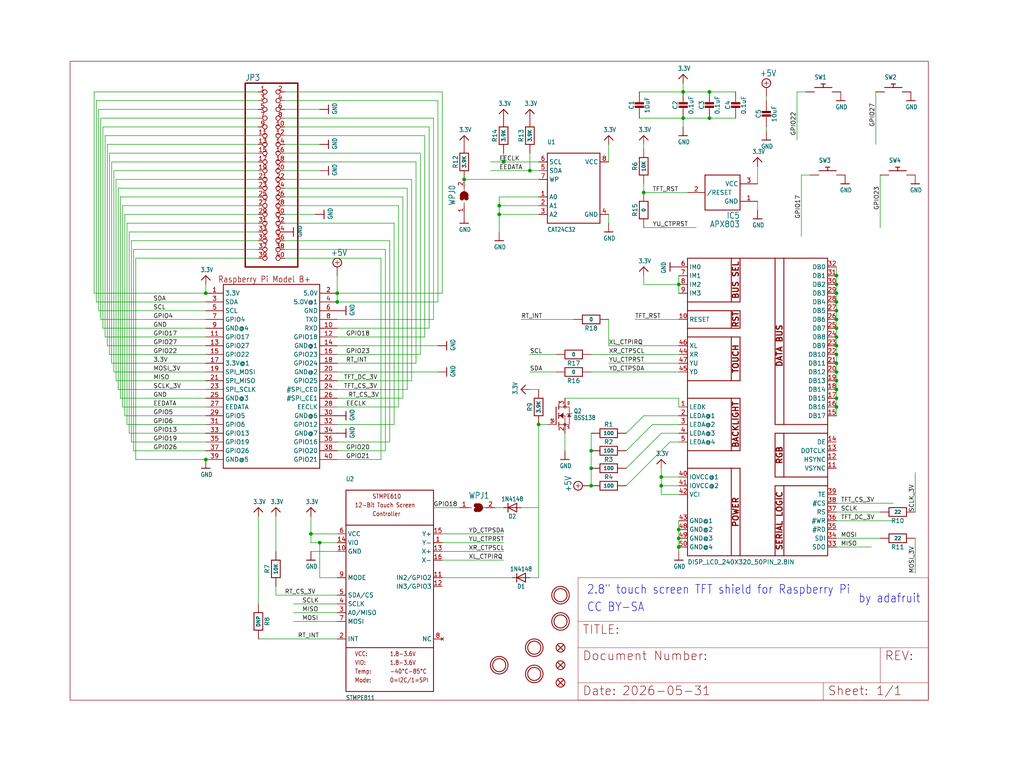
<source format=kicad_sch>
(kicad_sch (version 20230121) (generator eeschema)
  (paper "User" 297.002 223.799)
  (junction (at 242.57 92.71))
  (junction (at 191.77 140.97))
  (junction (at 242.57 90.17))
  (junction (at 242.57 105.41))
  (junction (at 156.21 123.19))
  (junction (at 242.57 95.25))
  (junction (at 59.69 85.09))
  (junction (at 198.12 26.67))
  (junction (at 205.74 34.29))
  (junction (at 242.57 115.57))
  (junction (at 97.79 87.63))
  (junction (at 196.85 156.21))
  (junction (at 242.57 97.79))
  (junction (at 242.57 107.95))
  (junction (at 242.57 87.63))
  (junction (at 196.85 82.55))
  (junction (at 97.79 85.09))
  (junction (at 171.45 130.81))
  (junction (at 144.78 59.69))
  (junction (at 196.85 158.75))
  (junction (at 153.67 49.53))
  (junction (at 242.57 82.55))
  (junction (at 205.74 26.67))
  (junction (at 198.12 34.29))
  (junction (at 242.57 110.49))
  (junction (at 90.17 154.94))
  (junction (at 242.57 80.01))
  (junction (at 242.57 85.09))
  (junction (at 146.05 46.99))
  (junction (at 242.57 113.03))
  (junction (at 59.69 133.35))
  (junction (at 186.69 55.88))
  (junction (at 134.62 52.07))
  (junction (at 92.71 157.48))
  (junction (at 144.78 62.23))
  (junction (at 171.45 135.89))
  (junction (at 191.77 138.43))
  (junction (at 242.57 100.33))
  (junction (at 196.85 153.67))
  (junction (at 171.45 140.97))
  (junction (at 242.57 118.11))
  (junction (at 242.57 102.87))
  (wire (pts (xy 125.73 92.71) (xy 125.73 34.29)) (stroke (width 0.1524)))
  (wire (pts (xy 97.79 102.87) (xy 121.92 102.87)) (stroke (width 0.1524)))
  (wire (pts (xy 199.39 55.88) (xy 186.69 55.88)) (stroke (width 0.1524)))
  (wire (pts (xy 198.12 26.67) (xy 205.74 26.67)) (stroke (width 0.1524)))
  (wire (pts (xy 74.93 149.86) (xy 74.93 175.26)) (stroke (width 0.1524)))
  (wire (pts (xy 153.67 113.03) (xy 156.21 113.03)) (stroke (width 0.1524)))
  (wire (pts (xy 82.55 36.83) (xy 124.46 36.83)) (stroke (width 0.1524)))
  (wire (pts (xy 191.77 143.51) (xy 196.85 143.51)) (stroke (width 0.1524)))
  (wire (pts (xy 231.14 26.67) (xy 231.14 40.64)) (stroke (width 0.1524)))
  (wire (pts (xy 124.46 95.25) (xy 97.79 95.25)) (stroke (width 0.1524)))
  (wire (pts (xy 186.69 55.88) (xy 186.69 53.34)) (stroke (width 0.1524)))
  (wire (pts (xy 38.735 72.39) (xy 74.93 72.39)) (stroke (width 0.1524)))
  (wire (pts (xy 151.13 147.32) (xy 156.21 147.32)) (stroke (width 0.1524)))
  (wire (pts (xy 97.79 157.48) (xy 92.71 157.48)) (stroke (width 0.1524)))
  (wire (pts (xy 196.85 153.67) (xy 196.85 156.21)) (stroke (width 0.1524)))
  (wire (pts (xy 186.69 66.04) (xy 201.93 66.04)) (stroke (width 0.1524)))
  (wire (pts (xy 59.69 85.09) (xy 59.69 82.55)) (stroke (width 0.1524)))
  (wire (pts (xy 80.01 172.72) (xy 80.01 170.18)) (stroke (width 0.1524)))
  (wire (pts (xy 82.55 59.69) (xy 115.57 59.69)) (stroke (width 0.1524)))
  (wire (pts (xy 82.55 54.61) (xy 118.11 54.61)) (stroke (width 0.1524)))
  (wire (pts (xy 186.69 82.55) (xy 186.69 80.01)) (stroke (width 0.1524)))
  (wire (pts (xy 171.45 135.89) (xy 171.45 130.81)) (stroke (width 0.1524)))
  (wire (pts (xy 97.79 85.09) (xy 97.79 87.63)) (stroke (width 0.1524)))
  (wire (pts (xy 242.57 85.09) (xy 242.57 87.63)) (stroke (width 0.1524)))
  (wire (pts (xy 161.29 107.95) (xy 153.67 107.95)) (stroke (width 0.1524)))
  (wire (pts (xy 97.79 185.42) (xy 74.93 185.42)) (stroke (width 0.1524)))
  (wire (pts (xy 128.27 160.02) (xy 146.05 160.02)) (stroke (width 0.1524)))
  (wire (pts (xy 59.69 105.41) (xy 32.385 105.41)) (stroke (width 0.1524)))
  (wire (pts (xy 158.75 123.19) (xy 156.21 123.19)) (stroke (width 0.1524)))
  (wire (pts (xy 242.57 100.33) (xy 242.57 102.87)) (stroke (width 0.1524)))
  (wire (pts (xy 97.79 130.81) (xy 111.76 130.81)) (stroke (width 0.1524)))
  (wire (pts (xy 82.55 46.99) (xy 120.65 46.99)) (stroke (width 0.1524)))
  (wire (pts (xy 166.37 92.71) (xy 151.13 92.71)) (stroke (width 0.1524)))
  (wire (pts (xy 118.11 54.61) (xy 118.11 113.03)) (stroke (width 0.1524)))
  (wire (pts (xy 29.21 92.71) (xy 59.69 92.71)) (stroke (width 0.1524)))
  (wire (pts (xy 27.305 85.09) (xy 27.305 26.67)) (stroke (width 0.1524)))
  (wire (pts (xy 82.55 26.67) (xy 128.27 26.67)) (stroke (width 0.1524)))
  (wire (pts (xy 242.57 105.41) (xy 242.57 107.95)) (stroke (width 0.1524)))
  (wire (pts (xy 196.85 158.75) (xy 196.85 160.02)) (stroke (width 0.1524)))
  (wire (pts (xy 196.85 102.87) (xy 171.45 102.87)) (stroke (width 0.1524)))
  (wire (pts (xy 110.49 74.93) (xy 110.49 133.35)) (stroke (width 0.1524)))
  (wire (pts (xy 156.21 59.69) (xy 144.78 59.69)) (stroke (width 0.1524)))
  (wire (pts (xy 97.79 97.79) (xy 123.19 97.79)) (stroke (width 0.1524)))
  (wire (pts (xy 74.93 74.93) (xy 39.37 74.93)) (stroke (width 0.1524)))
  (wire (pts (xy 222.25 38.1) (xy 222.25 36.83)) (stroke (width 0.1524)))
  (wire (pts (xy 242.57 118.11) (xy 242.57 120.65)) (stroke (width 0.1524)))
  (wire (pts (xy 30.48 39.37) (xy 30.48 97.79)) (stroke (width 0.1524)))
  (wire (pts (xy 85.09 177.8) (xy 97.79 177.8)) (stroke (width 0.1524)))
  (wire (pts (xy 186.69 43.18) (xy 186.69 41.91)) (stroke (width 0.1524)))
  (wire (pts (xy 90.17 154.94) (xy 90.17 157.48)) (stroke (width 0.1524)))
  (wire (pts (xy 242.57 110.49) (xy 242.57 113.03)) (stroke (width 0.1524)))
  (wire (pts (xy 242.57 107.95) (xy 242.57 110.49)) (stroke (width 0.1524)))
  (wire (pts (xy 213.36 34.29) (xy 205.74 34.29)) (stroke (width 0.1524)))
  (wire (pts (xy 97.79 92.71) (xy 125.73 92.71)) (stroke (width 0.1524)))
  (wire (pts (xy 34.925 115.57) (xy 59.69 115.57)) (stroke (width 0.1524)))
  (wire (pts (xy 153.67 102.87) (xy 161.29 102.87)) (stroke (width 0.1524)))
  (wire (pts (xy 27.305 26.67) (xy 74.93 26.67)) (stroke (width 0.1524)))
  (wire (pts (xy 185.42 34.29) (xy 198.12 34.29)) (stroke (width 0.1524)))
  (wire (pts (xy 242.57 87.63) (xy 242.57 90.17)) (stroke (width 0.1524)))
  (wire (pts (xy 110.49 133.35) (xy 97.79 133.35)) (stroke (width 0.1524)))
  (wire (pts (xy 242.57 82.55) (xy 242.57 85.09)) (stroke (width 0.1524)))
  (wire (pts (xy 74.93 49.53) (xy 33.02 49.53)) (stroke (width 0.1524)))
  (wire (pts (xy 144.78 59.69) (xy 144.78 62.23)) (stroke (width 0.1524)))
  (wire (pts (xy 59.69 85.09) (xy 27.305 85.09)) (stroke (width 0.1524)))
  (wire (pts (xy 121.92 44.45) (xy 82.55 44.45)) (stroke (width 0.1524)))
  (wire (pts (xy 128.27 85.09) (xy 97.79 85.09)) (stroke (width 0.1524)))
  (wire (pts (xy 156.21 123.19) (xy 156.21 167.64)) (stroke (width 0.1524)))
  (wire (pts (xy 35.56 118.11) (xy 59.69 118.11)) (stroke (width 0.1524)))
  (wire (pts (xy 85.09 175.26) (xy 97.79 175.26)) (stroke (width 0.1524)))
  (wire (pts (xy 74.93 62.23) (xy 36.195 62.23)) (stroke (width 0.1524)))
  (wire (pts (xy 176.53 62.23) (xy 176.53 64.77)) (stroke (width 0.1524)))
  (wire (pts (xy 198.12 24.13) (xy 198.12 26.67)) (stroke (width 0.1524)))
  (wire (pts (xy 92.71 49.53) (xy 82.55 49.53)) (stroke (width 0.1524)))
  (wire (pts (xy 32.385 46.99) (xy 74.93 46.99)) (stroke (width 0.1524)))
  (wire (pts (xy 163.83 115.57) (xy 196.85 115.57)) (stroke (width 0.1524)))
  (wire (pts (xy 31.75 44.45) (xy 31.75 102.87)) (stroke (width 0.1524)))
  (wire (pts (xy 181.61 125.73) (xy 186.69 120.65)) (stroke (width 0.1524)))
  (wire (pts (xy 97.79 180.34) (xy 85.09 180.34)) (stroke (width 0.1524)))
  (wire (pts (xy 242.57 148.59) (xy 255.27 148.59)) (stroke (width 0.1524)))
  (wire (pts (xy 181.61 135.89) (xy 191.77 125.73)) (stroke (width 0.1524)))
  (wire (pts (xy 233.68 26.67) (xy 231.14 26.67)) (stroke (width 0.1524)))
  (wire (pts (xy 121.92 102.87) (xy 121.92 44.45)) (stroke (width 0.1524)))
  (wire (pts (xy 198.12 26.67) (xy 185.42 26.67)) (stroke (width 0.1524)))
  (wire (pts (xy 191.77 140.97) (xy 191.77 138.43)) (stroke (width 0.1524)))
  (wire (pts (xy 115.57 59.69) (xy 115.57 118.11)) (stroke (width 0.1524)))
  (wire (pts (xy 134.62 52.07) (xy 156.21 52.07)) (stroke (width 0.1524)))
  (wire (pts (xy 113.03 69.85) (xy 113.03 128.27)) (stroke (width 0.1524)))
  (wire (pts (xy 242.57 156.21) (xy 255.27 156.21)) (stroke (width 0.1524)))
  (wire (pts (xy 255.27 50.8) (xy 255.27 66.04)) (stroke (width 0.1524)))
  (wire (pts (xy 156.21 167.64) (xy 153.67 167.64)) (stroke (width 0.1524)))
  (wire (pts (xy 242.57 92.71) (xy 242.57 95.25)) (stroke (width 0.1524)))
  (wire (pts (xy 219.71 53.34) (xy 219.71 48.26)) (stroke (width 0.1524)))
  (wire (pts (xy 181.61 140.97) (xy 194.31 128.27)) (stroke (width 0.1524)))
  (wire (pts (xy 97.79 167.64) (xy 92.71 167.64)) (stroke (width 0.1524)))
  (wire (pts (xy 194.31 128.27) (xy 196.85 128.27)) (stroke (width 0.1524)))
  (wire (pts (xy 32.385 105.41) (xy 32.385 46.99)) (stroke (width 0.1524)))
  (wire (pts (xy 92.71 157.48) (xy 90.17 157.48)) (stroke (width 0.1524)))
  (wire (pts (xy 171.45 130.81) (xy 171.45 125.73)) (stroke (width 0.1524)))
  (wire (pts (xy 74.93 44.45) (xy 31.75 44.45)) (stroke (width 0.1524)))
  (wire (pts (xy 27.94 29.21) (xy 27.94 87.63)) (stroke (width 0.1524)))
  (wire (pts (xy 242.57 158.75) (xy 252.73 158.75)) (stroke (width 0.1524)))
  (wire (pts (xy 120.65 46.99) (xy 120.65 105.41)) (stroke (width 0.1524)))
  (wire (pts (xy 265.43 148.59) (xy 265.43 137.16)) (stroke (width 0.1524)))
  (wire (pts (xy 234.95 50.8) (xy 232.41 50.8)) (stroke (width 0.1524)))
  (wire (pts (xy 125.73 147.32) (xy 133.35 147.32)) (stroke (width 0.1524)))
  (wire (pts (xy 120.65 105.41) (xy 97.79 105.41)) (stroke (width 0.1524)))
  (wire (pts (xy 127 87.63) (xy 127 29.21)) (stroke (width 0.1524)))
  (wire (pts (xy 242.57 97.79) (xy 242.57 100.33)) (stroke (width 0.1524)))
  (wire (pts (xy 146.05 46.99) (xy 142.24 46.99)) (stroke (width 0.1524)))
  (wire (pts (xy 82.55 41.91) (xy 92.71 41.91)) (stroke (width 0.1524)))
  (wire (pts (xy 171.45 135.89) (xy 171.45 140.97)) (stroke (width 0.1524)))
  (wire (pts (xy 144.78 62.23) (xy 144.78 67.31)) (stroke (width 0.1524)))
  (wire (pts (xy 128.27 162.56) (xy 146.05 162.56)) (stroke (width 0.1524)))
  (wire (pts (xy 191.77 125.73) (xy 196.85 125.73)) (stroke (width 0.1524)))
  (wire (pts (xy 29.845 95.25) (xy 29.845 36.83)) (stroke (width 0.1524)))
  (wire (pts (xy 196.85 82.55) (xy 186.69 82.55)) (stroke (width 0.1524)))
  (wire (pts (xy 196.85 92.71) (xy 184.15 92.71)) (stroke (width 0.1524)))
  (wire (pts (xy 33.655 52.07) (xy 74.93 52.07)) (stroke (width 0.1524)))
  (wire (pts (xy 196.85 100.33) (xy 176.53 100.33)) (stroke (width 0.1524)))
  (wire (pts (xy 116.84 57.15) (xy 82.55 57.15)) (stroke (width 0.1524)))
  (wire (pts (xy 97.79 115.57) (xy 116.84 115.57)) (stroke (width 0.1524)))
  (wire (pts (xy 31.115 41.91) (xy 74.93 41.91)) (stroke (width 0.1524)))
  (wire (pts (xy 90.17 154.94) (xy 97.79 154.94)) (stroke (width 0.1524)))
  (wire (pts (xy 74.93 39.37) (xy 30.48 39.37)) (stroke (width 0.1524)))
  (wire (pts (xy 196.85 107.95) (xy 171.45 107.95)) (stroke (width 0.1524)))
  (wire (pts (xy 119.38 110.49) (xy 97.79 110.49)) (stroke (width 0.1524)))
  (wire (pts (xy 196.85 80.01) (xy 196.85 82.55)) (stroke (width 0.1524)))
  (wire (pts (xy 36.83 64.77) (xy 74.93 64.77)) (stroke (width 0.1524)))
  (wire (pts (xy 34.925 57.15) (xy 34.925 115.57)) (stroke (width 0.1524)))
  (wire (pts (xy 205.74 34.29) (xy 198.12 34.29)) (stroke (width 0.1524)))
  (wire (pts (xy 128.27 154.94) (xy 146.05 154.94)) (stroke (width 0.1524)))
  (wire (pts (xy 189.23 123.19) (xy 196.85 123.19)) (stroke (width 0.1524)))
  (wire (pts (xy 35.56 118.11) (xy 35.56 59.69)) (stroke (width 0.1524)))
  (wire (pts (xy 232.41 50.8) (xy 232.41 68.58)) (stroke (width 0.1524)))
  (wire (pts (xy 34.29 54.61) (xy 34.29 113.03)) (stroke (width 0.1524)))
  (wire (pts (xy 127 107.95) (xy 97.79 107.95)) (stroke (width 0.1524)))
  (wire (pts (xy 128.27 26.67) (xy 128.27 85.09)) (stroke (width 0.1524)))
  (wire (pts (xy 144.78 57.15) (xy 144.78 59.69)) (stroke (width 0.1524)))
  (wire (pts (xy 38.1 69.85) (xy 74.93 69.85)) (stroke (width 0.1524)))
  (wire (pts (xy 31.115 100.33) (xy 59.69 100.33)) (stroke (width 0.1524)))
  (wire (pts (xy 39.37 74.93) (xy 39.37 133.35)) (stroke (width 0.1524)))
  (wire (pts (xy 33.655 110.49) (xy 59.69 110.49)) (stroke (width 0.1524)))
  (wire (pts (xy 97.79 87.63) (xy 127 87.63)) (stroke (width 0.1524)))
  (wire (pts (xy 176.53 41.91) (xy 176.53 46.99)) (stroke (width 0.1524)))
  (wire (pts (xy 118.11 113.03) (xy 97.79 113.03)) (stroke (width 0.1524)))
  (wire (pts (xy 144.78 62.23) (xy 156.21 62.23)) (stroke (width 0.1524)))
  (wire (pts (xy 198.12 36.83) (xy 198.12 34.29)) (stroke (width 0.1524)))
  (wire (pts (xy 114.3 64.77) (xy 114.3 123.19)) (stroke (width 0.1524)))
  (wire (pts (xy 59.69 123.19) (xy 36.83 123.19)) (stroke (width 0.1524)))
  (wire (pts (xy 123.19 39.37) (xy 82.55 39.37)) (stroke (width 0.1524)))
  (wire (pts (xy 242.57 113.03) (xy 242.57 115.57)) (stroke (width 0.1524)))
  (wire (pts (xy 74.93 67.31) (xy 37.465 67.31)) (stroke (width 0.1524)))
  (wire (pts (xy 242.57 77.47) (xy 242.57 80.01)) (stroke (width 0.1524)))
  (wire (pts (xy 82.55 69.85) (xy 113.03 69.85)) (stroke (width 0.1524)))
  (wire (pts (xy 146.05 46.99) (xy 146.05 44.45)) (stroke (width 0.1524)))
  (wire (pts (xy 39.37 133.35) (xy 59.69 133.35)) (stroke (width 0.1524)))
  (wire (pts (xy 27.94 87.63) (xy 59.69 87.63)) (stroke (width 0.1524)))
  (wire (pts (xy 163.83 125.73) (xy 163.83 130.81)) (stroke (width 0.1524)))
  (wire (pts (xy 123.19 97.79) (xy 123.19 39.37)) (stroke (width 0.1524)))
  (wire (pts (xy 191.77 138.43) (xy 196.85 138.43)) (stroke (width 0.1524)))
  (wire (pts (xy 29.845 36.83) (xy 74.93 36.83)) (stroke (width 0.1524)))
  (wire (pts (xy 153.67 44.45) (xy 153.67 49.53)) (stroke (width 0.1524)))
  (wire (pts (xy 265.43 156.21) (xy 265.43 166.37)) (stroke (width 0.1524)))
  (wire (pts (xy 242.57 146.05) (xy 259.08 146.05)) (stroke (width 0.1524)))
  (wire (pts (xy 196.85 140.97) (xy 191.77 140.97)) (stroke (width 0.1524)))
  (wire (pts (xy 97.79 80.01) (xy 97.79 85.09)) (stroke (width 0.1524)))
  (wire (pts (xy 125.73 34.29) (xy 82.55 34.29)) (stroke (width 0.1524)))
  (wire (pts (xy 186.69 120.65) (xy 196.85 120.65)) (stroke (width 0.1524)))
  (wire (pts (xy 242.57 90.17) (xy 242.57 92.71)) (stroke (width 0.1524)))
  (wire (pts (xy 34.29 113.03) (xy 59.69 113.03)) (stroke (width 0.1524)))
  (wire (pts (xy 196.85 105.41) (xy 176.53 105.41)) (stroke (width 0.1524)))
  (wire (pts (xy 146.05 147.32) (xy 143.51 147.32)) (stroke (width 0.1524)))
  (wire (pts (xy 74.93 54.61) (xy 34.29 54.61)) (stroke (width 0.1524)))
  (wire (pts (xy 80.01 172.72) (xy 97.79 172.72)) (stroke (width 0.1524)))
  (wire (pts (xy 124.46 36.83) (xy 124.46 95.25)) (stroke (width 0.1524)))
  (wire (pts (xy 181.61 130.81) (xy 189.23 123.19)) (stroke (width 0.1524)))
  (wire (pts (xy 90.17 160.02) (xy 97.79 160.02)) (stroke (width 0.1524)))
  (wire (pts (xy 91.44 62.23) (xy 82.55 62.23)) (stroke (width 0.1524)))
  (wire (pts (xy 196.85 115.57) (xy 196.85 118.11)) (stroke (width 0.1524)))
  (wire (pts (xy 92.71 167.64) (xy 92.71 157.48)) (stroke (width 0.1524)))
  (wire (pts (xy 37.465 67.31) (xy 37.465 125.73)) (stroke (width 0.1524)))
  (wire (pts (xy 196.85 82.55) (xy 196.85 85.09)) (stroke (width 0.1524)))
  (wire (pts (xy 74.93 34.29) (xy 29.21 34.29)) (stroke (width 0.1524)))
  (wire (pts (xy 59.69 95.25) (xy 29.845 95.25)) (stroke (width 0.1524)))
  (wire (pts (xy 242.57 80.01) (xy 242.57 82.55)) (stroke (width 0.1524)))
  (wire (pts (xy 254 26.67) (xy 254 41.91)) (stroke (width 0.1524)))
  (wire (pts (xy 80.01 160.02) (xy 80.01 149.86)) (stroke (width 0.1524)))
  (wire (pts (xy 219.71 58.42) (xy 219.71 60.96)) (stroke (width 0.1524)))
  (wire (pts (xy 242.57 151.13) (xy 259.08 151.13)) (stroke (width 0.1524)))
  (wire (pts (xy 33.655 110.49) (xy 33.655 52.07)) (stroke (width 0.1524)))
  (wire (pts (xy 114.3 123.19) (xy 97.79 123.19)) (stroke (width 0.1524)))
  (wire (pts (xy 82.55 74.93) (xy 110.49 74.93)) (stroke (width 0.1524)))
  (wire (pts (xy 191.77 138.43) (xy 191.77 135.89)) (stroke (width 0.1524)))
  (wire (pts (xy 119.38 52.07) (xy 119.38 110.49)) (stroke (width 0.1524)))
  (wire (pts (xy 196.85 151.13) (xy 196.85 153.67)) (stroke (width 0.1524)))
  (wire (pts (xy 31.115 100.33) (xy 31.115 41.91)) (stroke (width 0.1524)))
  (wire (pts (xy 30.48 97.79) (xy 59.69 97.79)) (stroke (width 0.1524)))
  (wire (pts (xy 222.25 27.94) (xy 222.25 29.21)) (stroke (width 0.1524)))
  (wire (pts (xy 205.74 26.67) (xy 213.36 26.67)) (stroke (width 0.1524)))
  (wire (pts (xy 191.77 143.51) (xy 191.77 140.97)) (stroke (width 0.1524)))
  (wire (pts (xy 82.55 52.07) (xy 119.38 52.07)) (stroke (width 0.1524)))
  (wire (pts (xy 36.195 120.65) (xy 59.69 120.65)) (stroke (width 0.1524)))
  (wire (pts (xy 153.67 49.53) (xy 142.24 49.53)) (stroke (width 0.1524)))
  (wire (pts (xy 242.57 115.57) (xy 242.57 118.11)) (stroke (width 0.1524)))
  (wire (pts (xy 128.27 157.48) (xy 146.05 157.48)) (stroke (width 0.1524)))
  (wire (pts (xy 127 100.33) (xy 97.79 100.33)) (stroke (width 0.1524)))
  (wire (pts (xy 116.84 115.57) (xy 116.84 57.15)) (stroke (width 0.1524)))
  (wire (pts (xy 176.53 100.33) (xy 176.53 92.71)) (stroke (width 0.1524)))
  (wire (pts (xy 242.57 102.87) (xy 242.57 105.41)) (stroke (width 0.1524)))
  (wire (pts (xy 74.93 57.15) (xy 34.925 57.15)) (stroke (width 0.1524)))
  (wire (pts (xy 38.1 128.27) (xy 38.1 69.85)) (stroke (width 0.1524)))
  (wire (pts (xy 111.76 72.39) (xy 82.55 72.39)) (stroke (width 0.1524)))
  (wire (pts (xy 28.575 90.17) (xy 28.575 31.75)) (stroke (width 0.1524)))
  (wire (pts (xy 37.465 125.73) (xy 59.69 125.73)) (stroke (width 0.1524)))
  (wire (pts (xy 33.02 49.53) (xy 33.02 107.95)) (stroke (width 0.1524)))
  (wire (pts (xy 144.78 57.15) (xy 156.21 57.15)) (stroke (width 0.1524)))
  (wire (pts (xy 115.57 118.11) (xy 97.79 118.11)) (stroke (width 0.1524)))
  (wire (pts (xy 127 29.21) (xy 82.55 29.21)) (stroke (width 0.1524)))
  (wire (pts (xy 242.57 95.25) (xy 242.57 97.79)) (stroke (width 0.1524)))
  (wire (pts (xy 38.735 130.81) (xy 38.735 72.39)) (stroke (width 0.1524)))
  (wire (pts (xy 82.55 31.75) (xy 92.71 31.75)) (stroke (width 0.1524)))
  (wire (pts (xy 31.75 102.87) (xy 59.69 102.87)) (stroke (width 0.1524)))
  (wire (pts (xy 29.21 34.29) (xy 29.21 92.71)) (stroke (width 0.1524)))
  (wire (pts (xy 33.02 107.95) (xy 59.69 107.95)) (stroke (width 0.1524)))
  (wire (pts (xy 156.21 49.53) (xy 153.67 49.53)) (stroke (width 0.1524)))
  (wire (pts (xy 36.83 123.19) (xy 36.83 64.77)) (stroke (width 0.1524)))
  (wire (pts (xy 156.21 46.99) (xy 146.05 46.99)) (stroke (width 0.1524)))
  (wire (pts (xy 82.55 64.77) (xy 114.3 64.77)) (stroke (width 0.1524)))
  (wire (pts (xy 36.195 62.23) (xy 36.195 120.65)) (stroke (width 0.1524)))
  (wire (pts (xy 35.56 59.69) (xy 74.93 59.69)) (stroke (width 0.1524)))
  (wire (pts (xy 28.575 90.17) (xy 59.69 90.17)) (stroke (width 0.1524)))
  (wire (pts (xy 28.575 31.75) (xy 74.93 31.75)) (stroke (width 0.1524)))
  (wire (pts (xy 74.93 29.21) (xy 27.94 29.21)) (stroke (width 0.1524)))
  (wire (pts (xy 196.85 156.21) (xy 196.85 158.75)) (stroke (width 0.1524)))
  (wire (pts (xy 59.69 128.27) (xy 38.1 128.27)) (stroke (width 0.1524)))
  (wire (pts (xy 111.76 130.81) (xy 111.76 72.39)) (stroke (width 0.1524)))
  (wire (pts (xy 128.27 167.64) (xy 148.59 167.64)) (stroke (width 0.1524)))
  (wire (pts (xy 59.69 130.81) (xy 38.735 130.81)) (stroke (width 0.1524)))
  (wire (pts (xy 113.03 128.27) (xy 97.79 128.27)) (stroke (width 0.1524)))
  (wire (pts (xy 90.17 149.86) (xy 90.17 154.94)) (stroke (width 0.1524)))
  (text "by adafruit~{}" (at 248.92 175.26 0) (effects (font (size 2.54 2.159)) (justify left bottom)))
  (text "2.8\" touch screen TFT shield for Raspberry Pi" (at 170.18 172.72 0) (effects (font (size 2.54 2.159)) (justify left bottom)))
  (text "CC BY-SA" (at 170.18 177.8 0) (effects (font (size 2.54 2.159)) (justify left bottom)))
  (label "SCLK" (at 87.63 175.26 0) (effects (font (size 1.2446 1.2446))))
  (label "SCL" (at 153.67 102.87 0) (effects (font (size 1.2446 1.2446))))
  (label "YU_CTPRST" (at 176.53 105.41 0) (effects (font (size 1.2446 1.2446))))
  (label "MISO" (at 87.63 177.8 0) (effects (font (size 1.2446 1.2446))))
  (label "SCLK_3V" (at 44.45 113.03 0) (effects (font (size 1.2446 1.2446))))
  (label "GPIO18" (at 100.33 97.79 0) (effects (font (size 1.2446 1.2446))))
  (label "EEDATA" (at 44.45 118.11 0) (effects (font (size 1.2446 1.2446))))
  (label "GPIO22" (at 44.45 102.87 0) (effects (font (size 1.2446 1.2446))))
  (label "SCLK" (at 243.84 148.59 0) (effects (font (size 1.2446 1.2446))))
  (label "GPIO18" (at 125.73 147.32 0) (effects (font (size 1.2446 1.2446))))
  (label "GPIO20" (at 100.33 130.81 0) (effects (font (size 1.2446 1.2446))))
  (label "MISO" (at 44.45 110.49 0) (effects (font (size 1.2446 1.2446))))
  (label "EECLK" (at 100.33 118.11 0) (effects (font (size 1.2446 1.2446))))
  (label "GPIO21" (at 100.33 133.35 0) (effects (font (size 1.2446 1.2446))))
  (label "GPIO17" (at 232.41 63.5 90) (effects (font (size 1.2446 1.2446))))
  (label "GPIO23" (at 255.27 60.96 90) (effects (font (size 1.2446 1.2446))))
  (label "XR_CTPSCL" (at 135.89 160.02 0) (effects (font (size 1.2446 1.2446))))
  (label "YD_CTPSDA" (at 176.53 107.95 0) (effects (font (size 1.2446 1.2446))))
  (label "RT_CS_3V" (at 82.55 172.72 0) (effects (font (size 1.2446 1.2446))))
  (label "RT_INT" (at 151.13 92.71 0) (effects (font (size 1.2446 1.2446))))
  (label "EECLK" (at 144.78 46.99 0) (effects (font (size 1.2446 1.2446))))
  (label "GND" (at 44.45 95.25 0) (effects (font (size 1.2446 1.2446))))
  (label "MOSI" (at 87.63 180.34 0) (effects (font (size 1.2446 1.2446))))
  (label "MOSI_3V" (at 44.45 107.95 0) (effects (font (size 1.2446 1.2446))))
  (label "SDA" (at 153.67 107.95 0) (effects (font (size 1.2446 1.2446))))
  (label "RT_CS_3V" (at 100.965 115.57 0) (effects (font (size 1.2446 1.2446))))
  (label "TFT_DC_3V" (at 243.84 151.13 0) (effects (font (size 1.2446 1.2446))))
  (label "YU_CTPRST" (at 135.89 157.48 0) (effects (font (size 1.2446 1.2446))))
  (label "GPIO13" (at 44.45 125.73 0) (effects (font (size 1.2446 1.2446))))
  (label "XL_CTPIRQ" (at 176.53 100.33 0) (effects (font (size 1.2446 1.2446))))
  (label "GPIO23" (at 100.33 102.87 0) (effects (font (size 1.2446 1.2446))))
  (label "MOSI" (at 243.84 156.21 0) (effects (font (size 1.2446 1.2446))))
  (label "XL_CTPIRQ" (at 135.89 162.56 0) (effects (font (size 1.2446 1.2446))))
  (label "MOSI_3V" (at 265.43 166.37 90) (effects (font (size 1.2446 1.2446))))
  (label "3.3V" (at 44.45 105.41 0) (effects (font (size 1.2446 1.2446))))
  (label "GPIO17" (at 44.45 97.79 0) (effects (font (size 1.2446 1.2446))))
  (label "MISO" (at 243.84 158.75 0) (effects (font (size 1.2446 1.2446))))
  (label "RT_INT" (at 86.36 185.42 0) (effects (font (size 1.2446 1.2446))))
  (label "TFT_DC_3V" (at 99.695 110.49 0) (effects (font (size 1.2446 1.2446))))
  (label "TFT_CS_3V" (at 99.695 113.03 0) (effects (font (size 1.2446 1.2446))))
  (label "YD_CTPSDA" (at 135.89 154.94 0) (effects (font (size 1.2446 1.2446))))
  (label "RT_INT" (at 100.33 105.41 0) (effects (font (size 1.2446 1.2446))))
  (label "XR_CTPSCL" (at 176.53 102.87 0) (effects (font (size 1.2446 1.2446))))
  (label "GPIO22" (at 231.14 39.37 90) (effects (font (size 1.2446 1.2446))))
  (label "YU_CTPRST" (at 189.23 66.04 0) (effects (font (size 1.2446 1.2446))))
  (label "GND" (at 44.45 115.57 0) (effects (font (size 1.2446 1.2446))))
  (label "SCL" (at 44.45 90.17 0) (effects (font (size 1.2446 1.2446))))
  (label "GPIO6" (at 44.45 123.19 0) (effects (font (size 1.2446 1.2446))))
  (label "GPIO27" (at 44.45 100.33 0) (effects (font (size 1.2446 1.2446))))
  (label "TFT_RST" (at 189.23 55.88 0) (effects (font (size 1.2446 1.2446))))
  (label "GPIO4" (at 44.45 92.71 0) (effects (font (size 1.2446 1.2446))))
  (label "EEDATA" (at 144.78 49.53 0) (effects (font (size 1.2446 1.2446))))
  (label "SDA" (at 44.45 87.63 0) (effects (font (size 1.2446 1.2446))))
  (label "GPIO26" (at 44.45 130.81 0) (effects (font (size 1.2446 1.2446))))
  (label "SCLK_3V" (at 265.43 148.59 90) (effects (font (size 1.2446 1.2446))))
  (label "TFT_RST" (at 184.15 92.71 0) (effects (font (size 1.2446 1.2446))))
  (label "GPIO5" (at 44.45 120.65 0) (effects (font (size 1.2446 1.2446))))
  (label "TFT_CS_3V" (at 243.84 146.05 0) (effects (font (size 1.2446 1.2446))))
  (label "GPIO19" (at 44.45 128.27 0) (effects (font (size 1.2446 1.2446))))
  (label "GPIO27" (at 254 36.83 90) (effects (font (size 1.2446 1.2446))))
  (symbol (lib_id "working-eagle-import:STMPE610") (at 113.03 172.72 0) (unit 1)
    (property "Reference" "U2" (at 100.33 139.7 0) (effects (font (size 1.27 1.0795)) (justify left bottom)))
    (property "Value" "STMPE811" (at 100.33 203.2 0) (effects (font (size 1.27 1.0795)) (justify left bottom)))
    (property "Footprint" "working:QFN16_3MM" (effects hide))
  )
  (symbol (lib_id "working-eagle-import:SWITCH_PUSHBUTTONEVQ-PE") (at 240.03 50.8 0) (unit 1)
    (property "Reference" "SW3" (at 237.49 47.244 0) (effects (font (size 1.27 1.0795)) (justify left bottom)))
    (property "Value" "SWITCH_PUSHBUTTONEVQ-PE" (effects hide))
    (property "Footprint" "working:TACT_PANA-EVQ" (effects hide))
  )
  (symbol (lib_id "working-eagle-import:RESISTOR0805_NOOUTLINE") (at 176.53 125.73 0) (unit 1)
    (property "Reference" "R1" (at 176.53 123.19 0))
    (property "Value" "100" (at 176.53 125.73 0) (effects (font (size 1.016 1.016) bold)))
    (property "Footprint" "working:0805-NO" (effects hide))
  )
  (symbol (lib_id "working-eagle-import:GND") (at 163.83 133.35 0) (unit 1)
    (property "Reference" "#U$6" (effects hide))
    (property "Value" "GND" (at 162.306 135.89 0) (effects (font (size 1.27 1.0795)) (justify left bottom)))
  )
  (symbol (lib_id "working-eagle-import:3.3V") (at 146.05 31.75 0) (unit 1)
    (property "Reference" "#U$31" (effects hide))
    (property "Value" "3.3V" (at 144.526 30.734 0) (effects (font (size 1.27 1.0795)) (justify left bottom)))
  )
  (symbol (lib_id "working-eagle-import:SOLDERJUMPERCLOSED") (at 138.43 147.32 0) (unit 1)
    (property "Reference" "WPJ1" (at 135.89 144.78 0) (effects (font (size 1.778 1.5113)) (justify left bottom)))
    (property "Value" "SOLDERJUMPERCLOSED" (effects hide))
    (property "Footprint" "working:SOLDERJUMPER_CLOSEDWIRE" (effects hide))
  )
  (symbol (lib_id "working-eagle-import:CAP_CERAMIC0805-NOOUTLINE") (at 185.42 31.75 0) (unit 1)
    (property "Reference" "C1" (at 183.13 30.5 90))
    (property "Value" "10uF" (at 187.72 30.5 90))
    (property "Footprint" "working:0805-NO" (effects hide))
  )
  (symbol (lib_id "working-eagle-import:GND") (at 198.12 39.37 0) (unit 1)
    (property "Reference" "#U$5" (effects hide))
    (property "Value" "GND" (at 196.596 41.91 0) (effects (font (size 1.27 1.0795)) (justify left bottom)))
  )
  (symbol (lib_id "working-eagle-import:GND") (at 194.31 77.47 270) (unit 1)
    (property "Reference" "#U$1" (effects hide))
    (property "Value" "GND" (at 191.77 75.946 0) (effects (font (size 1.27 1.0795)) (justify left bottom)))
  )
  (symbol (lib_id "working-eagle-import:GND") (at 100.33 125.73 90) (unit 1)
    (property "Reference" "#U$52" (effects hide))
    (property "Value" "GND" (at 102.87 127.254 0) (effects (font (size 1.27 1.0795)) (justify left bottom)))
  )
  (symbol (lib_id "working-eagle-import:3.3V") (at 74.93 147.32 0) (unit 1)
    (property "Reference" "#U$35" (effects hide))
    (property "Value" "3.3V" (at 73.406 146.304 0) (effects (font (size 1.27 1.0795)) (justify left bottom)))
  )
  (symbol (lib_id "working-eagle-import:+5V") (at 168.91 140.97 90) (unit 1)
    (property "Reference" "#SUPPLY4" (effects hide))
    (property "Value" "+5V" (at 165.735 142.875 0) (effects (font (size 1.778 1.5113)) (justify left bottom)))
  )
  (symbol (lib_id "working-eagle-import:GND") (at 219.71 63.5 0) (unit 1)
    (property "Reference" "#U$14" (effects hide))
    (property "Value" "GND" (at 218.186 66.04 0) (effects (font (size 1.27 1.0795)) (justify left bottom)))
  )
  (symbol (lib_id "working-eagle-import:GND") (at 129.54 107.95 90) (unit 1)
    (property "Reference" "#U$50" (effects hide))
    (property "Value" "GND" (at 132.08 109.474 0) (effects (font (size 1.27 1.0795)) (justify left bottom)))
  )
  (symbol (lib_id "working-eagle-import:3.3V") (at 191.77 133.35 0) (unit 1)
    (property "Reference" "#U$34" (effects hide))
    (property "Value" "3.3V" (at 190.246 132.334 0) (effects (font (size 1.27 1.0795)) (justify left bottom)))
  )
  (symbol (lib_id "working-eagle-import:GND") (at 59.69 135.89 0) (unit 1)
    (property "Reference" "#U$41" (effects hide))
    (property "Value" "GND" (at 58.166 138.43 0) (effects (font (size 1.27 1.0795)) (justify left bottom)))
  )
  (symbol (lib_id "working-eagle-import:GND") (at 129.54 100.33 90) (unit 1)
    (property "Reference" "#U$47" (effects hide))
    (property "Value" "GND" (at 132.08 101.854 0) (effects (font (size 1.27 1.0795)) (justify left bottom)))
  )
  (symbol (lib_id "working-eagle-import:3.3V") (at 59.69 80.01 0) (unit 1)
    (property "Reference" "#U$4" (effects hide))
    (property "Value" "3.3V" (at 58.166 78.994 0) (effects (font (size 1.27 1.0795)) (justify left bottom)))
  )
  (symbol (lib_id "working-eagle-import:GND") (at 265.43 53.34 0) (unit 1)
    (property "Reference" "#U$39" (effects hide))
    (property "Value" "GND" (at 263.906 55.88 0) (effects (font (size 1.27 1.0795)) (justify left bottom)))
  )
  (symbol (lib_id "working-eagle-import:CAP_CERAMIC0805-NOOUTLINE") (at 205.74 31.75 0) (unit 1)
    (property "Reference" "C3" (at 203.45 30.5 90))
    (property "Value" "0.1uF" (at 208.04 30.5 90))
    (property "Footprint" "working:0805-NO" (effects hide))
  )
  (symbol (lib_id "working-eagle-import:GND") (at 93.98 62.23 90) (unit 1)
    (property "Reference" "#U$48" (effects hide))
    (property "Value" "GND" (at 96.52 63.754 0) (effects (font (size 1.27 1.0795)) (justify left bottom)))
  )
  (symbol (lib_id "working-eagle-import:PINHD-2X20_SMT") (at 77.47 49.53 0) (unit 1)
    (property "Reference" "JP3" (at 71.12 23.495 0) (effects (font (size 1.778 1.5113)) (justify left bottom)))
    (property "Value" "PINHD-2X20_SMT" (effects hide))
    (property "Footprint" "working:2X20_SMT_MALE" (effects hide))
  )
  (symbol (lib_id "working-eagle-import:DIODESOD-323") (at 151.13 167.64 180) (unit 1)
    (property "Reference" "D1" (at 151.13 170.18 0) (effects (font (size 1.27 1.0795))))
    (property "Value" "1N4148" (at 151.13 165.14 0) (effects (font (size 1.27 1.0795))))
    (property "Footprint" "working:SOD-323" (effects hide))
  )
  (symbol (lib_id "working-eagle-import:RESISTOR0805_NOOUTLINE") (at 176.53 135.89 0) (unit 1)
    (property "Reference" "R3" (at 176.53 133.35 0))
    (property "Value" "100" (at 176.53 135.89 0) (effects (font (size 1.016 1.016) bold)))
    (property "Footprint" "working:0805-NO" (effects hide))
  )
  (symbol (lib_id "working-eagle-import:+5V") (at 222.25 25.4 0) (unit 1)
    (property "Reference" "#SUPPLY5" (effects hide))
    (property "Value" "+5V" (at 220.345 22.225 0) (effects (font (size 1.778 1.5113)) (justify left bottom)))
  )
  (symbol (lib_id "working-eagle-import:LETTER_L") (at 20.32 203.2 0) (unit 1)
    (property "Reference" "#FRAME1" (effects hide))
    (property "Value" "LETTER_L" (effects hide))
  )
  (symbol (lib_id "working-eagle-import:CAP_CERAMIC0805-NOOUTLINE") (at 213.36 31.75 0) (unit 1)
    (property "Reference" "C4" (at 211.07 30.5 90))
    (property "Value" "0.1uF" (at 215.66 30.5 90))
    (property "Footprint" "working:0805-NO" (effects hide))
  )
  (symbol (lib_id "working-eagle-import:CAP_CERAMIC0805-NOOUTLINE") (at 198.12 31.75 0) (unit 1)
    (property "Reference" "C2" (at 195.83 30.5 90))
    (property "Value" "0.1uF" (at 200.42 30.5 90))
    (property "Footprint" "working:0805-NO" (effects hide))
  )
  (symbol (lib_id "working-eagle-import:SWITCH_PUSHBUTTONEVQ-PE") (at 260.35 50.8 0) (unit 1)
    (property "Reference" "SW4" (at 257.81 47.244 0) (effects (font (size 1.27 1.0795)) (justify left bottom)))
    (property "Value" "SWITCH_PUSHBUTTONEVQ-PE" (effects hide))
    (property "Footprint" "working:TACT_PANA-EVQ" (effects hide))
  )
  (symbol (lib_id "working-eagle-import:RESISTOR0805_NOOUTLINE") (at 74.93 180.34 270) (unit 1)
    (property "Reference" "R8" (at 77.47 180.34 0))
    (property "Value" "DNP" (at 74.93 180.34 0) (effects (font (size 1.016 1.016) bold)))
    (property "Footprint" "working:0805-NO" (effects hide))
  )
  (symbol (lib_id "working-eagle-import:FIDUCIAL{dblquote}{dblquote}") (at 162.56 187.96 0) (unit 1)
    (property "Reference" "U$10" (effects hide))
    (property "Value" "FIDUCIAL{dblquote}{dblquote}" (effects hide))
    (property "Footprint" "working:FIDUCIAL_1MM" (effects hide))
  )
  (symbol (lib_id "working-eagle-import:FIDUCIAL{dblquote}{dblquote}") (at 162.56 193.04 0) (unit 1)
    (property "Reference" "U$18" (effects hide))
    (property "Value" "FIDUCIAL{dblquote}{dblquote}" (effects hide))
    (property "Footprint" "working:FIDUCIAL_1MM" (effects hide))
  )
  (symbol (lib_id "working-eagle-import:3.3V") (at 186.69 77.47 0) (unit 1)
    (property "Reference" "#U$28" (effects hide))
    (property "Value" "3.3V" (at 185.166 76.454 0) (effects (font (size 1.27 1.0795)) (justify left bottom)))
  )
  (symbol (lib_id "working-eagle-import:3.3V") (at 153.67 31.75 0) (unit 1)
    (property "Reference" "#U$32" (effects hide))
    (property "Value" "3.3V" (at 152.146 30.734 0) (effects (font (size 1.27 1.0795)) (justify left bottom)))
  )
  (symbol (lib_id "working-eagle-import:RESISTOR0805_NOOUTLINE") (at 176.53 130.81 0) (unit 1)
    (property "Reference" "R2" (at 176.53 128.27 0))
    (property "Value" "100" (at 176.53 130.81 0) (effects (font (size 1.016 1.016) bold)))
    (property "Footprint" "working:0805-NO" (effects hide))
  )
  (symbol (lib_id "working-eagle-import:3.3V") (at 198.12 21.59 0) (unit 1)
    (property "Reference" "#U$26" (effects hide))
    (property "Value" "3.3V" (at 196.596 20.574 0) (effects (font (size 1.27 1.0795)) (justify left bottom)))
  )
  (symbol (lib_id "working-eagle-import:RESISTOR0805_NOOUTLINE") (at 186.69 48.26 90) (unit 1)
    (property "Reference" "R6" (at 184.15 48.26 0))
    (property "Value" "10K" (at 186.69 48.26 0) (effects (font (size 1.016 1.016) bold)))
    (property "Footprint" "working:0805-NO" (effects hide))
  )
  (symbol (lib_id "working-eagle-import:RESISTOR0805_NOOUTLINE") (at 80.01 165.1 90) (unit 1)
    (property "Reference" "R7" (at 77.47 165.1 0))
    (property "Value" "10K" (at 80.01 165.1 0) (effects (font (size 1.016 1.016) bold)))
    (property "Footprint" "working:0805-NO" (effects hide))
  )
  (symbol (lib_id "working-eagle-import:RESISTOR0805_NOOUTLINE") (at 156.21 118.11 90) (unit 1)
    (property "Reference" "R9" (at 153.67 118.11 0))
    (property "Value" "3.9K" (at 156.21 118.11 0) (effects (font (size 1.016 1.016) bold)))
    (property "Footprint" "working:0805-NO" (effects hide))
  )
  (symbol (lib_id "working-eagle-import:GND") (at 95.25 41.91 90) (unit 1)
    (property "Reference" "#U$44" (effects hide))
    (property "Value" "GND" (at 97.79 43.434 0) (effects (font (size 1.27 1.0795)) (justify left bottom)))
  )
  (symbol (lib_id "working-eagle-import:3.3V") (at 176.53 39.37 0) (unit 1)
    (property "Reference" "#U$33" (effects hide))
    (property "Value" "3.3V" (at 175.006 38.354 0) (effects (font (size 1.27 1.0795)) (justify left bottom)))
  )
  (symbol (lib_id "working-eagle-import:GND") (at 144.78 69.85 0) (unit 1)
    (property "Reference" "#U$22" (effects hide))
    (property "Value" "GND" (at 143.256 72.39 0) (effects (font (size 1.27 1.0795)) (justify left bottom)))
  )
  (symbol (lib_id "working-eagle-import:GND") (at 196.85 162.56 0) (unit 1)
    (property "Reference" "#U$8" (effects hide))
    (property "Value" "GND" (at 195.326 165.1 0) (effects (font (size 1.27 1.0795)) (justify left bottom)))
  )
  (symbol (lib_id "working-eagle-import:GND") (at 90.17 162.56 0) (unit 1)
    (property "Reference" "#U$7" (effects hide))
    (property "Value" "GND" (at 88.646 165.1 0) (effects (font (size 1.27 1.0795)) (justify left bottom)))
  )
  (symbol (lib_id "working-eagle-import:LETTER_L") (at 167.64 203.2 0) (unit 2)
    (property "Reference" "#FRAME1" (effects hide))
    (property "Value" "LETTER_L" (effects hide))
  )
  (symbol (lib_id "working-eagle-import:AXP083-SAG") (at 209.55 55.88 0) (mirror y) (unit 1)
    (property "Reference" "IC5" (at 214.63 63.5 0) (effects (font (size 1.778 1.5113)) (justify left bottom)))
    (property "Value" "APX803" (at 214.63 66.04 0) (effects (font (size 1.778 1.5113)) (justify left bottom)))
    (property "Footprint" "working:SOT23" (effects hide))
  )
  (symbol (lib_id "working-eagle-import:RESISTOR0805_NOOUTLINE") (at 146.05 39.37 90) (unit 1)
    (property "Reference" "R14" (at 143.51 39.37 0))
    (property "Value" "3.9K" (at 146.05 39.37 0) (effects (font (size 1.016 1.016) bold)))
    (property "Footprint" "working:0805-NO" (effects hide))
  )
  (symbol (lib_id "working-eagle-import:RESISTOR0805_NOOUTLINE") (at 134.62 46.99 90) (unit 1)
    (property "Reference" "R12" (at 132.08 46.99 0))
    (property "Value" "3.9K" (at 134.62 46.99 0) (effects (font (size 1.016 1.016) bold)))
    (property "Footprint" "working:0805-NO" (effects hide))
  )
  (symbol (lib_id "working-eagle-import:3.3V") (at 80.01 147.32 0) (unit 1)
    (property "Reference" "#U$36" (effects hide))
    (property "Value" "3.3V" (at 78.486 146.304 0) (effects (font (size 1.27 1.0795)) (justify left bottom)))
  )
  (symbol (lib_id "working-eagle-import:CAP_CERAMIC0805-NOOUTLINE") (at 222.25 34.29 0) (unit 1)
    (property "Reference" "C5" (at 219.96 33.04 90))
    (property "Value" "10uF" (at 224.55 33.04 90))
    (property "Footprint" "working:0805-NO" (effects hide))
  )
  (symbol (lib_id "working-eagle-import:RESISTOR0805_NOOUTLINE") (at 171.45 92.71 180) (unit 1)
    (property "Reference" "R18" (at 171.45 95.25 0))
    (property "Value" "0" (at 171.45 92.71 0) (effects (font (size 1.016 1.016) bold)))
    (property "Footprint" "working:0805-NO" (effects hide))
  )
  (symbol (lib_id "working-eagle-import:RESISTOR0805_NOOUTLINE") (at 176.53 140.97 0) (unit 1)
    (property "Reference" "R4" (at 176.53 138.43 0))
    (property "Value" "100" (at 176.53 140.97 0) (effects (font (size 1.016 1.016) bold)))
    (property "Footprint" "working:0805-NO" (effects hide))
  )
  (symbol (lib_id "working-eagle-import:GND") (at 243.84 29.21 0) (unit 1)
    (property "Reference" "#U$19" (effects hide))
    (property "Value" "GND" (at 242.316 31.75 0) (effects (font (size 1.27 1.0795)) (justify left bottom)))
  )
  (symbol (lib_id "working-eagle-import:MOUNTINGHOLE3.0THIN") (at 162.56 172.72 0) (unit 1)
    (property "Reference" "U$15" (effects hide))
    (property "Value" "MOUNTINGHOLE3.0THIN" (effects hide))
    (property "Footprint" "working:MOUNTINGHOLE_3.0_PLATEDTHIN" (effects hide))
  )
  (symbol (lib_id "working-eagle-import:SOLDERJUMPERCLOSED") (at 134.62 57.15 90) (unit 1)
    (property "Reference" "WPJ0" (at 132.08 59.69 0) (effects (font (size 1.778 1.5113)) (justify left bottom)))
    (property "Value" "SOLDERJUMPERCLOSED" (effects hide))
    (property "Footprint" "working:SOLDERJUMPER_CLOSEDWIRE" (effects hide))
  )
  (symbol (lib_id "working-eagle-import:GND") (at 85.09 67.31 90) (unit 1)
    (property "Reference" "#U$49" (effects hide))
    (property "Value" "GND" (at 87.63 68.834 0) (effects (font (size 1.27 1.0795)) (justify left bottom)))
  )
  (symbol (lib_id "working-eagle-import:3.3V") (at 186.69 39.37 0) (unit 1)
    (property "Reference" "#U$25" (effects hide))
    (property "Value" "3.3V" (at 185.166 38.354 0) (effects (font (size 1.27 1.0795)) (justify left bottom)))
  )
  (symbol (lib_id "working-eagle-import:MOUNTINGHOLE3.0THIN") (at 154.94 195.58 0) (unit 1)
    (property "Reference" "U$16" (effects hide))
    (property "Value" "MOUNTINGHOLE3.0THIN" (effects hide))
    (property "Footprint" "working:MOUNTINGHOLE_3.0_PLATEDTHIN" (effects hide))
  )
  (symbol (lib_id "working-eagle-import:GND") (at 100.33 90.17 90) (unit 1)
    (property "Reference" "#U$46" (effects hide))
    (property "Value" "GND" (at 102.87 91.694 0) (effects (font (size 1.27 1.0795)) (justify left bottom)))
  )
  (symbol (lib_id "working-eagle-import:GND") (at 95.25 49.53 90) (unit 1)
    (property "Reference" "#U$45" (effects hide))
    (property "Value" "GND" (at 97.79 51.054 0) (effects (font (size 1.27 1.0795)) (justify left bottom)))
  )
  (symbol (lib_id "working-eagle-import:RESISTOR0805_NOOUTLINE") (at 166.37 107.95 180) (unit 1)
    (property "Reference" "R16" (at 166.37 110.49 0))
    (property "Value" "0" (at 166.37 107.95 0) (effects (font (size 1.016 1.016) bold)))
    (property "Footprint" "working:0805-NO" (effects hide))
  )
  (symbol (lib_id "working-eagle-import:GND") (at 222.25 40.64 0) (unit 1)
    (property "Reference" "#U$13" (effects hide))
    (property "Value" "GND" (at 220.726 43.18 0) (effects (font (size 1.27 1.0795)) (justify left bottom)))
  )
  (symbol (lib_id "working-eagle-import:RESISTOR0805_NOOUTLINE") (at 260.35 148.59 180) (unit 1)
    (property "Reference" "R10" (at 260.35 151.13 0))
    (property "Value" "22" (at 260.35 148.59 0) (effects (font (size 1.016 1.016) bold)))
    (property "Footprint" "working:0805-NO" (effects hide))
  )
  (symbol (lib_id "working-eagle-import:GND") (at 176.53 67.31 0) (unit 1)
    (property "Reference" "#U$21" (effects hide))
    (property "Value" "GND" (at 175.006 69.85 0) (effects (font (size 1.27 1.0795)) (justify left bottom)))
  )
  (symbol (lib_id "working-eagle-import:3.3V") (at 134.62 39.37 0) (unit 1)
    (property "Reference" "#U$30" (effects hide))
    (property "Value" "3.3V" (at 133.096 38.354 0) (effects (font (size 1.27 1.0795)) (justify left bottom)))
  )
  (symbol (lib_id "working-eagle-import:MOUNTINGHOLE3.0THIN") (at 154.94 187.96 0) (unit 1)
    (property "Reference" "U$3" (effects hide))
    (property "Value" "MOUNTINGHOLE3.0THIN" (effects hide))
    (property "Footprint" "working:MOUNTINGHOLE_3.0_PLATEDTHIN" (effects hide))
  )
  (symbol (lib_id "working-eagle-import:3.3V") (at 151.13 113.03 90) (unit 1)
    (property "Reference" "#U$29" (effects hide))
    (property "Value" "3.3V" (at 150.114 114.554 0) (effects (font (size 1.27 1.0795)) (justify left bottom)))
  )
  (symbol (lib_id "working-eagle-import:+5V") (at 97.79 77.47 0) (unit 1)
    (property "Reference" "#SUPPLY6" (effects hide))
    (property "Value" "+5V" (at 95.885 74.295 0) (effects (font (size 1.778 1.5113)) (justify left bottom)))
  )
  (symbol (lib_id "working-eagle-import:DISP_LCD_240X320_50PIN_2.8IN") (at 219.71 115.57 0) (unit 1)
    (property "Reference" "U$2" (effects hide))
    (property "Value" "DISP_LCD_240X320_50PIN_2.8IN" (at 199.39 163.83 0) (effects (justify left bottom)))
    (property "Footprint" "working:TFT_2.83IN_240X320_50PIN" (effects hide))
  )
  (symbol (lib_id "working-eagle-import:SWITCH_PUSHBUTTONEVQ-PE") (at 238.76 26.67 0) (unit 1)
    (property "Reference" "SW1" (at 236.22 23.114 0) (effects (font (size 1.27 1.0795)) (justify left bottom)))
    (property "Value" "SWITCH_PUSHBUTTONEVQ-PE" (effects hide))
    (property "Footprint" "working:TACT_PANA-EVQ" (effects hide))
  )
  (symbol (lib_id "working-eagle-import:3.3V") (at 219.71 45.72 0) (unit 1)
    (property "Reference" "#U$27" (effects hide))
    (property "Value" "3.3V" (at 218.186 44.704 0) (effects (font (size 1.27 1.0795)) (justify left bottom)))
  )
  (symbol (lib_id "working-eagle-import:MOUNTINGHOLE3.0THIN") (at 162.56 180.34 0) (unit 1)
    (property "Reference" "U$17" (effects hide))
    (property "Value" "MOUNTINGHOLE3.0THIN" (effects hide))
    (property "Footprint" "working:MOUNTINGHOLE_3.0_PLATEDTHIN" (effects hide))
    (property "BOM" "EXCLUDE" (effects hide))
  )
  (symbol (lib_id "working-eagle-import:RESISTOR0805_NOOUTLINE") (at 260.35 156.21 180) (unit 1)
    (property "Reference" "R11" (at 260.35 158.75 0))
    (property "Value" "22" (at 260.35 156.21 0) (effects (font (size 1.016 1.016) bold)))
    (property "Footprint" "working:0805-NO" (effects hide))
  )
  (symbol (lib_id "working-eagle-import:RESISTOR0805_NOOUTLINE") (at 166.37 102.87 180) (unit 1)
    (property "Reference" "R17" (at 166.37 105.41 0))
    (property "Value" "0" (at 166.37 102.87 0) (effects (font (size 1.016 1.016) bold)))
    (property "Footprint" "working:0805-NO" (effects hide))
  )
  (symbol (lib_id "working-eagle-import:GND") (at 134.62 64.77 0) (unit 1)
    (property "Reference" "#U$24" (effects hide))
    (property "Value" "GND" (at 133.096 67.31 0) (effects (font (size 1.27 1.0795)) (justify left bottom)))
  )
  (symbol (lib_id "working-eagle-import:RESISTOR0805_NOOUTLINE") (at 153.67 39.37 90) (unit 1)
    (property "Reference" "R13" (at 151.13 39.37 0))
    (property "Value" "3.9K" (at 153.67 39.37 0) (effects (font (size 1.016 1.016) bold)))
    (property "Footprint" "working:0805-NO" (effects hide))
  )
  (symbol (lib_id "working-eagle-import:DIODESOD-323") (at 148.59 147.32 180) (unit 1)
    (property "Reference" "D2" (at 148.59 149.86 0) (effects (font (size 1.27 1.0795))))
    (property "Value" "1N4148" (at 148.59 144.82 0) (effects (font (size 1.27 1.0795))))
    (property "Footprint" "working:SOD-323" (effects hide))
  )
  (symbol (lib_id "working-eagle-import:MOSFET-NWIDE") (at 161.29 120.65 0) (unit 1)
    (property "Reference" "Q2" (at 166.37 120.015 0) (effects (font (size 1.27 1.0795)) (justify left bottom)))
    (property "Value" "BSS138" (at 166.37 121.92 0) (effects (font (size 1.27 1.0795)) (justify left bottom)))
    (property "Footprint" "working:SOT23-WIDE" (effects hide))
  )
  (symbol (lib_id "working-eagle-import:FIDUCIAL{dblquote}{dblquote}") (at 162.56 198.12 0) (unit 1)
    (property "Reference" "U$11" (effects hide))
    (property "Value" "FIDUCIAL{dblquote}{dblquote}" (effects hide))
    (property "Footprint" "working:FIDUCIAL_1MM" (effects hide))
  )
  (symbol (lib_id "working-eagle-import:GND") (at 264.16 29.21 0) (unit 1)
    (property "Reference" "#U$20" (effects hide))
    (property "Value" "GND" (at 262.636 31.75 0) (effects (font (size 1.27 1.0795)) (justify left bottom)))
  )
  (symbol (lib_id "working-eagle-import:MOUNTINGHOLE3.0THIN") (at 144.78 193.04 0) (unit 1)
    (property "Reference" "U$40" (effects hide))
    (property "Value" "MOUNTINGHOLE3.0THIN" (effects hide))
    (property "Footprint" "working:MOUNTINGHOLE_3.0_PLATEDTHIN" (effects hide))
  )
  (symbol (lib_id "working-eagle-import:EEPROM_I2C_SOIC8_GENERIC") (at 166.37 54.61 0) (unit 1)
    (property "Reference" "U1" (at 158.75 41.91 0) (effects (font (size 1.27 1.0795)) (justify left bottom)))
    (property "Value" "CAT24C32" (at 158.75 67.31 0) (effects (font (size 1.27 1.0795)) (justify left bottom)))
    (property "Footprint" "working:SOIC8_150MIL" (effects hide))
  )
  (symbol (lib_id "working-eagle-import:GND") (at 100.33 120.65 90) (unit 1)
    (property "Reference" "#U$51" (effects hide))
    (property "Value" "GND" (at 102.87 122.174 0) (effects (font (size 1.27 1.0795)) (justify left bottom)))
  )
  (symbol (lib_id "working-eagle-import:SWITCH_PUSHBUTTONEVQ-PE") (at 259.08 26.67 0) (unit 1)
    (property "Reference" "SW2" (at 256.54 23.114 0) (effects (font (size 1.27 1.0795)) (justify left bottom)))
    (property "Value" "SWITCH_PUSHBUTTONEVQ-PE" (effects hide))
    (property "Footprint" "working:TACT_PANA-EVQ" (effects hide))
  )
  (symbol (lib_id "working-eagle-import:RASPBERRYPI_BPLUS_SHIELD_NODIM") (at 77.47 105.41 0) (unit 1)
    (property "Reference" "RPI1" (effects hide))
    (property "Value" "RASPBERRYPI_BPLUS_SHIELD_NODIM" (effects hide))
    (property "Footprint" "working:RASPBERRYPI_BPLUS_SHIELD_NODIM" (effects hide))
  )
  (symbol (lib_id "working-eagle-import:RESISTOR0805_NOOUTLINE") (at 186.69 60.96 90) (unit 1)
    (property "Reference" "R15" (at 184.15 60.96 0))
    (property "Value" "0" (at 186.69 60.96 0) (effects (font (size 1.016 1.016) bold)))
    (property "Footprint" "working:0805-NO" (effects hide))
  )
  (symbol (lib_id "working-eagle-import:GND") (at 95.25 31.75 90) (unit 1)
    (property "Reference" "#U$43" (effects hide))
    (property "Value" "GND" (at 97.79 33.274 0) (effects (font (size 1.27 1.0795)) (justify left bottom)))
  )
  (symbol (lib_id "working-eagle-import:GND") (at 245.11 53.34 0) (unit 1)
    (property "Reference" "#U$38" (effects hide))
    (property "Value" "GND" (at 243.586 55.88 0) (effects (font (size 1.27 1.0795)) (justify left bottom)))
  )
  (symbol (lib_id "working-eagle-import:3.3V") (at 90.17 147.32 0) (unit 1)
    (property "Reference" "#U$37" (effects hide))
    (property "Value" "3.3V" (at 88.646 146.304 0) (effects (font (size 1.27 1.0795)) (justify left bottom)))
  )
)
</source>
